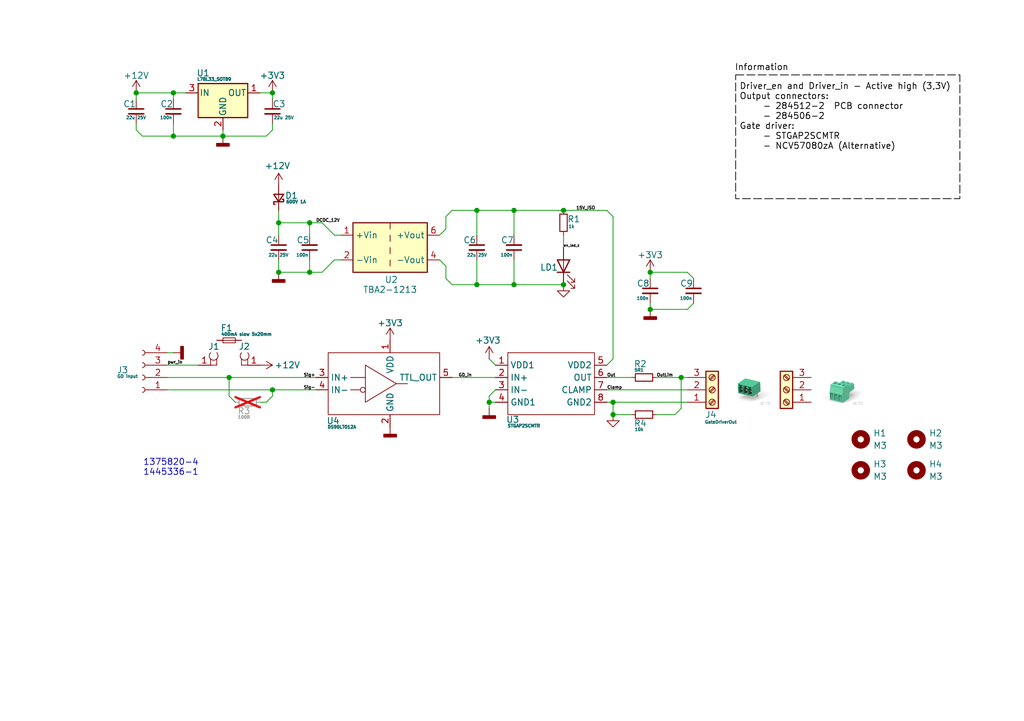
<source format=kicad_sch>
(kicad_sch (version 20231120) (generator "eeschema") (generator_version "8.0")
  (paper "A5")
  (title_block (title "Universal isolated gate driver") (date "2025-01-26") (rev "B") (company "KEM, FEI, TUKE") (comment 2 "Electrical schematic") (comment 3 "In testing") (comment 4 "EN"))
  (lib_symbols
    (symbol "Connector:Conn_01x04_Socket" (pin_names (offset 1.016) hide)
      (property "Reference" "J" (at 0 5.08 0))
      (property "Value" "Conn_01x04_Socket" (at 0 -7.62 0))
      (symbol "Conn_01x04_Socket_1_1"
        (arc (start 0 -4.572) (mid -0.5058 -5.08) (end 0 -5.588) (stroke (width 0.1524)))
        (arc (start 0 -2.032) (mid -0.5058 -2.54) (end 0 -3.048) (stroke (width 0.1524)))
        (polyline (pts (xy -1.27 -5.08) (xy -0.508 -5.08)) (stroke (width 0.1524)))
        (polyline (pts (xy -1.27 -2.54) (xy -0.508 -2.54)) (stroke (width 0.1524)))
        (polyline (pts (xy -1.27 0) (xy -0.508 0)) (stroke (width 0.1524)))
        (polyline (pts (xy -1.27 2.54) (xy -0.508 2.54)) (stroke (width 0.1524)))
        (arc (start 0 0.508) (mid -0.5058 0) (end 0 -0.508) (stroke (width 0.1524)))
        (arc (start 0 3.048) (mid -0.5058 2.54) (end 0 2.032) (stroke (width 0.1524)))
        (pin passive line (at -5.08 2.54 0) (length 3.81) (name "Pin_1") (number "1"))
        (pin passive line (at -5.08 0 0) (length 3.81) (name "Pin_2") (number "2"))
        (pin passive line (at -5.08 -2.54 0) (length 3.81) (name "Pin_3") (number "3"))
        (pin passive line (at -5.08 -5.08 0) (length 3.81) (name "Pin_4") (number "4"))
      )
    )
    (symbol "Connector:Screw_Terminal_01x03" (pin_names (offset 1.016) hide)
      (property "Reference" "J" (at 0 5.08 0))
      (property "Value" "Screw_Terminal_01x03" (at 0 -5.08 0))
      (symbol "Screw_Terminal_01x03_1_1"
        (rectangle (start -1.27 3.81) (end 1.27 -3.81) (stroke (width 0.254)) (fill (type background)))
        (circle (center 0 -2.54) (radius 0.635) (stroke (width 0.1524)))
        (polyline (pts (xy -0.5334 -2.2098) (xy 0.3302 -3.048)) (stroke (width 0.1524)))
        (polyline (pts (xy -0.5334 0.3302) (xy 0.3302 -0.508)) (stroke (width 0.1524)))
        (polyline (pts (xy -0.5334 2.8702) (xy 0.3302 2.032)) (stroke (width 0.1524)))
        (polyline (pts (xy -0.3556 -2.032) (xy 0.508 -2.8702)) (stroke (width 0.1524)))
        (polyline (pts (xy -0.3556 0.508) (xy 0.508 -0.3302)) (stroke (width 0.1524)))
        (polyline (pts (xy -0.3556 3.048) (xy 0.508 2.2098)) (stroke (width 0.1524)))
        (circle (center 0 0) (radius 0.635) (stroke (width 0.1524)))
        (circle (center 0 2.54) (radius 0.635) (stroke (width 0.1524)))
        (pin passive line (at -5.08 2.54 0) (length 3.81) (name "Pin_1") (number "1"))
        (pin passive line (at -5.08 0 0) (length 3.81) (name "Pin_2") (number "2"))
        (pin passive line (at -5.08 -2.54 0) (length 3.81) (name "Pin_3") (number "3"))
      )
    )
    (symbol "Converter_DCDC:TBA2-1213"
      (property "Reference" "U" (at -6.35 6.35 0))
      (property "Value" "TBA2-1213" (at 2.54 6.35 0))
      (symbol "TBA2-1213_0_1"
        (rectangle (start -7.62 5.08) (end 7.62 -5.08) (stroke (width 0.254)) (fill (type background)))
        (polyline (pts (xy 0 -2.54) (xy 0 -3.81)))
        (polyline (pts (xy 0 0) (xy 0 -1.27)))
        (polyline (pts (xy 0 2.54) (xy 0 1.27)))
        (polyline (pts (xy 0 5.08) (xy 0 3.81)))
      )
      (symbol "TBA2-1213_1_1"
        (pin power_in line (at -10.16 2.54 0) (length 2.54) (name "+Vin") (number "1"))
        (pin power_in line (at -10.16 -2.54 0) (length 2.54) (name "-Vin") (number "2"))
        (pin power_out line (at 10.16 -2.54 180) (length 2.54) (name "-Vout") (number "4"))
        (pin power_out line (at 10.16 2.54 180) (length 2.54) (name "+Vout") (number "6"))
      )
    )
    (symbol "Device:C_Small" (pin_numbers hide) (pin_names (offset 0.254) hide)
      (property "Reference" "C" (at 0.254 1.778 0))
      (property "Value" "C_Small" (at 0.254 -2.032 0))
      (symbol "C_Small_0_1"
        (polyline (pts (xy -1.524 -0.508) (xy 1.524 -0.508)) (stroke (width 0.3302)))
        (polyline (pts (xy -1.524 0.508) (xy 1.524 0.508)) (stroke (width 0.3048)))
      )
      (symbol "C_Small_1_1"
        (pin passive line (at 0 2.54 270) (length 2.032) (name "~") (number "1"))
        (pin passive line (at 0 -2.54 90) (length 2.032) (name "~") (number "2"))
      )
    )
    (symbol "Device:D_Schottky_Small" (pin_numbers hide) (pin_names (offset 0.254) hide)
      (property "Reference" "D" (at -1.27 2.032 0))
      (property "Value" "D_Schottky_Small" (at -7.112 -2.032 0))
      (symbol "D_Schottky_Small_0_1"
        (polyline (pts (xy -0.762 0) (xy 0.762 0)))
        (polyline (pts (xy 0.762 -1.016) (xy -0.762 0) (xy 0.762 1.016) (xy 0.762 -1.016)) (stroke (width 0.254)))
        (polyline (pts (xy -1.27 0.762) (xy -1.27 1.016) (xy -0.762 1.016) (xy -0.762 -1.016) (xy -0.254 -1.016) (xy -0.254 -0.762)) (stroke (width 0.254)))
      )
      (symbol "D_Schottky_Small_1_1"
        (pin passive line (at -2.54 0 0) (length 1.778) (name "K") (number "1"))
        (pin passive line (at 2.54 0 180) (length 1.778) (name "A") (number "2"))
      )
    )
    (symbol "Device:Fuse_Small" (pin_numbers hide) (pin_names (offset 0.254) hide)
      (property "Reference" "F" (at 0 -1.524 0))
      (property "Value" "Fuse_Small" (at 0 1.524 0))
      (symbol "Fuse_Small_0_1"
        (rectangle (start -1.27 0.508) (end 1.27 -0.508))
        (polyline (pts (xy -1.27 0) (xy 1.27 0)))
      )
      (symbol "Fuse_Small_1_1"
        (pin passive line (at -2.54 0 0) (length 1.27) (name "~") (number "1"))
        (pin passive line (at 2.54 0 180) (length 1.27) (name "~") (number "2"))
      )
    )
    (symbol "Device:LED" (pin_numbers hide) (pin_names (offset 1.016) hide)
      (property "Reference" "D" (at 0 2.54 0))
      (property "Value" "LED" (at 0 -2.54 0))
      (symbol "LED_0_1"
        (polyline (pts (xy -1.27 -1.27) (xy -1.27 1.27)) (stroke (width 0.254)))
        (polyline (pts (xy -1.27 0) (xy 1.27 0)))
        (polyline (pts (xy 1.27 -1.27) (xy 1.27 1.27) (xy -1.27 0) (xy 1.27 -1.27)) (stroke (width 0.254)))
        (polyline (pts (xy -3.048 -0.762) (xy -4.572 -2.286) (xy -3.81 -2.286) (xy -4.572 -2.286) (xy -4.572 -1.524)))
        (polyline (pts (xy -1.778 -0.762) (xy -3.302 -2.286) (xy -2.54 -2.286) (xy -3.302 -2.286) (xy -3.302 -1.524)))
      )
      (symbol "LED_1_1"
        (pin passive line (at -3.81 0 0) (length 2.54) (name "K") (number "1"))
        (pin passive line (at 3.81 0 180) (length 2.54) (name "A") (number "2"))
      )
    )
    (symbol "Device:R_Small" (pin_numbers hide) (pin_names (offset 0.254) hide)
      (property "Reference" "R" (at 0.762 0.508 0))
      (property "Value" "R_Small" (at 0.762 -1.016 0))
      (symbol "R_Small_0_1"
        (rectangle (start -0.762 1.778) (end 0.762 -1.778) (stroke (width 0.2032)))
      )
      (symbol "R_Small_1_1"
        (pin passive line (at 0 2.54 270) (length 0.762) (name "~") (number "1"))
        (pin passive line (at 0 -2.54 90) (length 0.762) (name "~") (number "2"))
      )
    )
    (symbol "IsolatedGateDrivers:NCx57080zA"
      (property "Reference" "U" (at 0 -8.128 0))
      (property "Value" "NCx57080zA" (at 0 -10.16 0))
      (symbol "NCx57080zA_0_1"
        (rectangle (start -8.89 6.35) (end 8.89 -6.35))
      )
      (symbol "NCx57080zA_1_1"
        (pin power_in line (at -11.43 3.81 0) (length 2.54) (name "VDD1") (number "1"))
        (pin input line (at -11.43 1.27 0) (length 2.54) (name "IN+") (number "2"))
        (pin input line (at -11.43 -1.27 0) (length 2.54) (name "IN-") (number "3"))
        (pin power_in line (at -11.43 -3.81 0) (length 2.54) (name "GND1") (number "4"))
        (pin power_in line (at 11.43 3.81 180) (length 2.54) (name "VDD2") (number "5"))
        (pin output line (at 11.43 1.27 180) (length 2.54) (name "OUT") (number "6"))
        (pin output line (at 11.43 -1.27 180) (length 2.54) (name "CLAMP") (number "7"))
        (pin power_in line (at 11.43 -3.81 180) (length 2.54) (name "GND2") (number "8"))
      )
    )
    (symbol "Mechanical:MountingHole" (pin_names (offset 1.016)) (exclude_from_sim yes) (in_bom no)
      (property "Reference" "H" (at 0 5.08 0))
      (property "Value" "MountingHole" (at 0 3.175 0))
      (symbol "MountingHole_0_1"
        (circle (center 0 0) (radius 1.27) (stroke (width 1.27)))
      )
    )
    (symbol "ProjectLib:DS90LT012A"
      (property "Reference" "U" (at -2.54 -15.748 0))
      (property "Value" "DS90LT012A" (at 7.62 -15.748 0))
      (symbol "DS90LT012A_0_1"
        (circle (center -5.588 0) (radius 0.508))
        (polyline (pts (xy -8.128 0) (xy -6.096 0)))
        (polyline (pts (xy -5.08 2.54) (xy -8.128 2.54)))
        (polyline (pts (xy 3.556 1.27) (xy 1.27 1.27)))
        (polyline (pts (xy -5.08 5.08) (xy -5.08 -2.54) (xy 1.27 1.27) (xy -5.08 5.08)))
      )
      (symbol "DS90LT012A_1_1"
        (rectangle (start -12.7 7.62) (end 10.16 -5.08))
        (pin power_in line (at 0 10.16 270) (length 2.54) (name "VDD") (number "1"))
        (pin power_in line (at 0 -7.62 90) (length 2.54) (name "GND") (number "2"))
        (pin input line (at -15.24 2.54 0) (length 2.54) (name "IN+") (number "3"))
        (pin input line (at -15.24 0 0) (length 2.54) (name "IN-") (number "4"))
        (pin output line (at 12.7 2.54 180) (length 2.54) (name "TTL_OUT") (number "5"))
      )
    )
    (symbol "ProjectLib:Fuseholder_3621"
      (property "Reference" "U" (at 0 -3.302 0))
      (property "Value" "Fuse holder 5mm" (at 0 -3.302 0))
      (symbol "Fuseholder_3621_1_1"
        (polyline (pts (xy 0 1.27) (xy 0 0)))
        (polyline (pts (xy 1.27 0) (xy 0 0)))
        (polyline (pts (xy 1.27 1.27) (xy 1.27 0)))
        (arc (start 0 1.27) (mid 0.635 1.007) (end 1.27 1.27))
        (arc (start 0 2.54) (mid -0.263 1.905) (end 0 1.27))
        (arc (start 1.27 1.27) (mid 1.533 1.905) (end 1.27 2.54))
        (pin passive line (at -2.54 0 0) (length 2.54) (name "") (number "1"))
        (pin passive line (at -2.54 0 0) (length 2.54) hide (name "") (number "2"))
      )
    )
    (symbol "Regulator_Linear:L78L33_SOT89" (pin_names (offset 0.254))
      (property "Reference" "U" (at -3.81 3.175 0))
      (property "Value" "L78L33_SOT89" (at -0.635 3.175 0))
      (symbol "L78L33_SOT89_0_1"
        (rectangle (start -5.08 1.905) (end 5.08 -5.08) (stroke (width 0.254)) (fill (type background)))
      )
      (symbol "L78L33_SOT89_1_1"
        (pin power_out line (at 7.62 0 180) (length 2.54) (name "OUT") (number "1"))
        (pin power_in line (at 0 -7.62 90) (length 2.54) (name "GND") (number "2"))
        (pin power_in line (at -7.62 0 0) (length 2.54) (name "IN") (number "3"))
      )
    )
    (symbol "power:+12V" (power) (pin_numbers hide) (pin_names (offset 0) hide)
      (property "Value" "+12V" (at 0 3.556 0))
      (symbol "+12V_0_1"
        (polyline (pts (xy -0.762 1.27) (xy 0 2.54)))
        (polyline (pts (xy 0 0) (xy 0 2.54)))
        (polyline (pts (xy 0 2.54) (xy 0.762 1.27)))
      )
      (symbol "+12V_1_1"
        (pin power_in line (at 0 0 90) (length 0) (name "~") (number "1"))
      )
    )
    (symbol "power:+3V3" (power) (pin_numbers hide) (pin_names (offset 0) hide)
      (property "Value" "+3V3" (at 0 3.556 0))
      (symbol "+3V3_0_1"
        (polyline (pts (xy -0.762 1.27) (xy 0 2.54)))
        (polyline (pts (xy 0 0) (xy 0 2.54)))
        (polyline (pts (xy 0 2.54) (xy 0.762 1.27)))
      )
      (symbol "+3V3_1_1"
        (pin power_in line (at 0 0 90) (length 0) (name "~") (number "1"))
      )
    )
    (symbol "power:GND" (power) (pin_numbers hide) (pin_names (offset 0) hide)
      (property "Value" "GND" (at 0 -3.81 0))
      (symbol "GND_0_1"
        (polyline (pts (xy 0 0) (xy 0 -1.27) (xy 1.27 -1.27) (xy 0 -2.54) (xy -1.27 -1.27) (xy 0 -1.27)))
      )
      (symbol "GND_1_1"
        (pin power_in line (at 0 0 270) (length 0) (name "~") (number "1"))
      )
    )
    (symbol "power:GNDD" (power) (pin_numbers hide) (pin_names (offset 0) hide)
      (property "Value" "GNDD" (at 0 -3.175 0))
      (symbol "GNDD_0_1"
        (rectangle (start -1.27 -1.524) (end 1.27 -2.032) (stroke (width 0.254)) (fill (type outline)))
        (polyline (pts (xy 0 0) (xy 0 -1.524)))
      )
      (symbol "GNDD_1_1"
        (pin power_in line (at 0 0 270) (length 0) (name "~") (number "1"))
      )
    )
  )
  (junction (at 139.7 77.47))
  (junction (at 133.35 63.5))
  (junction (at 35.56 27.94))
  (junction (at 63.5 55.88))
  (junction (at 45.72 27.94))
  (junction (at 115.57 58.42))
  (junction (at 46.99 77.47))
  (junction (at 55.88 80.01))
  (junction (at 97.79 43.18))
  (junction (at 57.15 45.72))
  (junction (at 100.33 82.55))
  (junction (at 35.56 19.05))
  (junction (at 115.57 43.18))
  (junction (at 57.15 55.88))
  (junction (at 55.88 19.05))
  (junction (at 27.94 19.05))
  (junction (at 125.73 82.55))
  (junction (at 105.41 43.18))
  (junction (at 105.41 58.42))
  (junction (at 125.73 85.09))
  (junction (at 97.79 58.42))
  (junction (at 63.5 45.72))
  (junction (at 133.35 55.88))
  (wire (pts (xy 124.46 74.93) (xy 125.73 73.66)))
  (wire (pts (xy 53.34 82.55) (xy 54.61 82.55)))
  (wire (pts (xy 34.29 74.93) (xy 40.64 74.93)))
  (wire (pts (xy 55.88 19.05) (xy 55.88 20.32)))
  (wire (pts (xy 105.41 48.26) (xy 105.41 43.18)))
  (wire (pts (xy 133.35 63.5) (xy 140.97 63.5)))
  (wire (pts (xy 105.41 53.34) (xy 105.41 58.42)))
  (wire (pts (xy 124.46 82.55) (xy 125.73 82.55)))
  (wire (pts (xy 68.58 53.34) (xy 69.85 53.34)))
  (wire (pts (xy 105.41 58.42) (xy 115.57 58.42)))
  (wire (pts (xy 91.44 57.15) (xy 92.71 58.42)))
  (wire (pts (xy 55.88 80.01) (xy 64.77 80.01)))
  (wire (pts (xy 101.6 80.01) (xy 100.33 81.28)))
  (wire (pts (xy 54.61 82.55) (xy 55.88 81.28)))
  (wire (pts (xy 63.5 55.88) (xy 66.04 55.88)))
  (wire (pts (xy 27.94 19.05) (xy 35.56 19.05)))
  (wire (pts (xy 34.29 77.47) (xy 46.99 77.47)))
  (wire (pts (xy 139.7 77.47) (xy 139.7 83.82)))
  (wire (pts (xy 133.35 55.88) (xy 133.35 57.15)))
  (wire (pts (xy 105.41 43.18) (xy 115.57 43.18)))
  (wire (pts (xy 97.79 48.26) (xy 97.79 43.18)))
  (wire (pts (xy 57.15 45.72) (xy 63.5 45.72)))
  (wire (pts (xy 45.72 26.67) (xy 45.72 27.94)))
  (wire (pts (xy 34.29 80.01) (xy 55.88 80.01)))
  (wire (pts (xy 100.33 81.28) (xy 100.33 82.55)))
  (wire (pts (xy 66.04 55.88) (xy 68.58 53.34)))
  (wire (pts (xy 27.94 26.67) (xy 29.21 27.94)))
  (wire (pts (xy 115.57 48.26) (xy 115.57 50.8)))
  (wire (pts (xy 125.73 82.55) (xy 140.97 82.55)))
  (wire (pts (xy 133.35 62.23) (xy 133.35 63.5)))
  (wire (pts (xy 29.21 27.94) (xy 35.56 27.94)))
  (wire (pts (xy 35.56 25.4) (xy 35.56 27.94)))
  (wire (pts (xy 139.7 77.47) (xy 140.97 77.47)))
  (wire (pts (xy 90.17 53.34) (xy 91.44 54.61)))
  (wire (pts (xy 63.5 45.72) (xy 66.04 45.72)))
  (wire (pts (xy 55.88 26.67) (xy 54.61 27.94)))
  (wire (pts (xy 90.17 48.26) (xy 91.44 46.99)))
  (wire (pts (xy 34.29 72.39) (xy 35.56 72.39)))
  (wire (pts (xy 142.24 62.23) (xy 140.97 63.5)))
  (wire (pts (xy 27.94 25.4) (xy 27.94 26.67)))
  (wire (pts (xy 27.94 19.05) (xy 27.94 20.32)))
  (wire (pts (xy 100.33 82.55) (xy 100.33 83.82)))
  (wire (pts (xy 57.15 53.34) (xy 57.15 55.88)))
  (wire (pts (xy 133.35 55.88) (xy 140.97 55.88)))
  (wire (pts (xy 125.73 85.09) (xy 129.54 85.09)))
  (wire (pts (xy 68.58 48.26) (xy 66.04 45.72)))
  (wire (pts (xy 125.73 82.55) (xy 125.73 85.09)))
  (wire (pts (xy 97.79 58.42) (xy 105.41 58.42)))
  (wire (pts (xy 45.72 27.94) (xy 54.61 27.94)))
  (wire (pts (xy 134.62 85.09) (xy 138.43 85.09)))
  (wire (pts (xy 142.24 57.15) (xy 140.97 55.88)))
  (wire (pts (xy 100.33 82.55) (xy 101.6 82.55)))
  (wire (pts (xy 35.56 19.05) (xy 35.56 20.32)))
  (wire (pts (xy 48.26 82.55) (xy 46.99 81.28)))
  (wire (pts (xy 35.56 19.05) (xy 38.1 19.05)))
  (wire (pts (xy 57.15 43.18) (xy 57.15 45.72)))
  (wire (pts (xy 46.99 77.47) (xy 64.77 77.47)))
  (wire (pts (xy 55.88 80.01) (xy 55.88 81.28)))
  (wire (pts (xy 92.71 43.18) (xy 97.79 43.18)))
  (wire (pts (xy 57.15 55.88) (xy 63.5 55.88)))
  (wire (pts (xy 91.44 44.45) (xy 92.71 43.18)))
  (wire (pts (xy 125.73 73.66) (xy 125.73 44.45)))
  (wire (pts (xy 138.43 85.09) (xy 139.7 83.82)))
  (wire (pts (xy 115.57 43.18) (xy 124.46 43.18)))
  (wire (pts (xy 124.46 80.01) (xy 140.97 80.01)))
  (wire (pts (xy 134.62 77.47) (xy 139.7 77.47)))
  (wire (pts (xy 53.34 19.05) (xy 55.88 19.05)))
  (wire (pts (xy 69.85 48.26) (xy 68.58 48.26)))
  (wire (pts (xy 46.99 77.47) (xy 46.99 81.28)))
  (wire (pts (xy 100.33 73.66) (xy 101.6 74.93)))
  (wire (pts (xy 55.88 25.4) (xy 55.88 26.67)))
  (wire (pts (xy 97.79 43.18) (xy 105.41 43.18)))
  (wire (pts (xy 63.5 45.72) (xy 63.5 48.26)))
  (wire (pts (xy 35.56 27.94) (xy 45.72 27.94)))
  (wire (pts (xy 97.79 53.34) (xy 97.79 58.42)))
  (wire (pts (xy 92.71 77.47) (xy 101.6 77.47)))
  (wire (pts (xy 63.5 53.34) (xy 63.5 55.88)))
  (wire (pts (xy 125.73 44.45) (xy 124.46 43.18)))
  (wire (pts (xy 91.44 54.61) (xy 91.44 57.15)))
  (wire (pts (xy 124.46 77.47) (xy 129.54 77.47)))
  (wire (pts (xy 92.71 58.42) (xy 97.79 58.42)))
  (wire (pts (xy 91.44 44.45) (xy 91.44 46.99)))
  (wire (pts (xy 57.15 45.72) (xy 57.15 48.26)))
  (rectangle (start 150.876 15.367) (end 196.85 40.767) (stroke (width 0) (type dash) (color 0 0 0 1)))
  (image (at 172.72 80.01) (scale 0.39974))
  (image (at 153.67 80.01) (scale 0.400003))
  (text "1445336-1" (at 35.052 97.028 0) (effects (font (size 1.27 1.27))))
  (text "Information" (at 156.21 13.97 0) (effects (font (size 1.27 1.27))))
  (text "1375820-4" (at 35.052 94.996 0) (effects (font (size 1.27 1.27))))
  (text "Driver_en and Driver_in - Active high (3,3V)\nOutput connectors:\n	- 284512-2  PCB connector\n	- 284506-2	\nGate driver:\n	- STGAP2SCMTR\n	- NCV57080zA (Alternative)" (at 151.638 24.003 0) (effects (font (size 1.27 1.27)) (justify left)))
  (label "GD_in" (at 93.98 77.47 0) (effects (font (size 0.635 0.635))))
  (label "en_led_k" (at 115.57 50.8 0) (effects (font (size 0.5 0.5))))
  (label "15V_ISO" (at 118.11 43.18 0) (effects (font (size 0.635 0.635))))
  (label "DCDC_12V" (at 64.77 45.72 0) (effects (font (size 0.635 0.635))))
  (label "Clamp" (at 124.46 80.01 0) (effects (font (size 0.635 0.635))))
  (label "pwr_in" (at 34.29 74.93 0) (effects (font (size 0.635 0.635) (thickness 0.254) (bold yes))))
  (label "Out" (at 124.46 77.47 0) (effects (font (size 0.635 0.635))))
  (label "OutLim" (at 134.62 77.47 0) (effects (font (size 0.635 0.635))))
  (label "Sig-" (at 62.23 80.01 0) (effects (font (size 0.635 0.635))))
  (label "Sig+" (at 62.23 77.47 0) (effects (font (size 0.635 0.635))))
  (symbol (lib_id "power:GNDD") (at 57.15 55.88 0) (unit 1) (in_bom no)
    (property "Reference" "#PWR05" (effects (hide yes)))
    (property "Value" "GNDD" (effects (hide yes)))
    (property "Description" "Power symbol creates a global label with name \"GNDD\" , digital ground" (effects (hide yes)))
  )
  (symbol (lib_id "power:GNDD") (at 80.01 87.63 0) (unit 1) (in_bom no)
    (property "Reference" "#PWR013" (effects (hide yes)))
    (property "Value" "GNDD" (effects (hide yes)))
    (property "Description" "Power symbol creates a global label with name \"GNDD\" , digital ground" (effects (hide yes)))
  )
  (symbol (lib_id "Device:Fuse_Small") (at 46.99 69.85 0) (unit 1) (on_board no)
    (property "Reference" "F1" (at 46.482 67.31 0))
    (property "Value" "400mA slow 5x20mm" (at 50.546 68.58 0) (effects (font (size 0.635 0.635))))
    (property "Description" "Fuse, small symbol" (effects (hide yes)))
    (property "DigiKey PN" "486-1216-ND" (effects (hide yes)))
    (property "MPN" "0034.3113" (effects (hide yes)))
    (property "Mouser PN" "693-0034.3113" (effects (hide yes)))
  )
  (symbol (lib_id "power:+12V") (at 57.15 38.1 0) (unit 1) (in_bom no)
    (property "Reference" "#PWR04" (effects (hide yes)))
    (property "Value" "+12V" (at 56.896 34.036 0))
    (property "Description" "Power symbol creates a global label with name \"+12V\"" (effects (hide yes)))
  )
  (symbol (lib_id "Device:R_Small") (at 50.8 82.55 90) (mirror x) (unit 1) (in_bom no) (dnp yes)
    (property "Reference" "R3" (at 50.038 84.328 90))
    (property "Value" "100R" (at 50.038 85.598 90) (effects (font (size 0.635 0.635))))
    (property "Footprint" "Resistor_SMD:R_0805_2012Metric" (effects (hide yes)))
    (property "Description" "Resistor, small symbol" (effects (hide yes)))
    (property "DigiKey PN" "RC0805FR-07100RL" (effects (hide yes)))
    (property "MPN" "RC0805FR-07100RL" (effects (hide yes)))
    (property "Mouser PN" "603-RC0805FR-07100RL" (effects (hide yes)))
  )
  (symbol (lib_id "Device:R_Small") (at 132.08 77.47 90) (unit 1)
    (property "Reference" "R2" (at 131.318 74.676 90))
    (property "Value" "5R1" (at 131.064 75.946 90) (effects (font (size 0.635 0.635))))
    (property "Footprint" "Resistor_SMD:R_1210_3225Metric" (effects (hide yes)))
    (property "Description" "Resistor, small symbol" (effects (hide yes)))
    (property "DigiKey PN" "13-RC1210FR-075R1LCT-ND" (effects (hide yes)))
    (property "MPN" "RC1210FR-075R1L" (effects (hide yes)))
    (property "Mouser PN" "603-RC1210FR-075R1L" (effects (hide yes)))
  )
  (symbol (lib_id "ProjectLib:DS90LT012A") (at 80.01 80.01 0) (unit 1)
    (property "Reference" "U4" (at 68.326 86.36 0))
    (property "Value" "DS90LT012A" (at 70.104 87.63 0) (effects (font (size 0.635 0.635))))
    (property "Footprint" "Package_TO_SOT_SMD:SOT-23-5" (effects (hide yes)))
    (property "DigiKey PN" "DS90LT012ATMF/NOPBCT-ND" (effects (hide yes)))
    (property "MPN" "DS90LT012ATMF/NOPB" (effects (hide yes)))
    (property "Mouser PN" "926-S90LT012ATMFNOPB" (effects (hide yes)))
  )
  (symbol (lib_id "power:+3V3") (at 80.01 69.85 0) (unit 1) (in_bom no)
    (property "Reference" "#PWR07" (effects (hide yes)))
    (property "Value" "+3V3" (at 80.01 66.294 0))
    (property "Description" "Power symbol creates a global label with name \"+3V3\"" (effects (hide yes)))
  )
  (symbol (lib_id "Regulator_Linear:L78L33_SOT89") (at 45.72 19.05 0) (unit 1)
    (property "Reference" "U1" (at 41.656 14.986 0))
    (property "Value" "L78L33_SOT89" (at 43.942 16.256 0) (effects (font (size 0.635 0.635))))
    (property "Footprint" "Package_TO_SOT_SMD:SOT-89-3" (effects (hide yes)))
    (property "Datasheet" "http://www.st.com/content/ccc/resource/technical/document/datasheet/15/55/e5/aa/23/5b/43/fd/CD00000446.pdf/files/CD00000446.pdf/jcr:content/translations/en.CD00000446.pdf" (effects (hide yes)))
    (property "Description" "Positive 100mA 30V Linear Regulator, Fixed Output 3.3V, SOT-89" (effects (hide yes)))
    (property "DigiKey PN" "497-7286-1-ND" (effects (hide yes)))
    (property "MPN" "L78L33ABUTR" (effects (hide yes)))
    (property "Mouser PN" " 511-L78L33ABU-TR" (effects (hide yes)))
  )
  (symbol (lib_id "Device:C_Small") (at 27.94 22.86 0) (mirror y) (unit 1)
    (property "Reference" "C1" (at 27.94 21.336 0) (effects (justify left)))
    (property "Value" "22u 25V" (at 29.972 24.13 0) (effects (font (size 0.635 0.635)) (justify left)))
    (property "Footprint" "Capacitor_SMD:C_0805_2012Metric" (effects (hide yes)))
    (property "Datasheet" "https://www.lcsc.com/product-detail/Multilayer-Ceramic-Capacitors-MLCC-SMD-SMT_Samsung-Electro-Mechanics-CL21A226MAQNNNE_C45783.html" (effects (hide yes)))
    (property "Description" "Unpolarized capacitor, small symbol" (effects (hide yes)))
    (property "DigiKey PN" "490-10749-1-ND" (effects (hide yes)))
    (property "MPN" "GRM21BR61E226ME44L" (effects (hide yes)))
    (property "Mouser PN" "81-GRM21BR61E226ME4L" (effects (hide yes)))
  )
  (symbol (lib_id "Device:C_Small") (at 105.41 50.8 0) (mirror x) (unit 1)
    (property "Reference" "C7" (at 105.41 49.276 0) (effects (justify right)))
    (property "Value" "100n" (at 105.156 52.324 0) (effects (font (size 0.635 0.635)) (justify right)))
    (property "Footprint" "Capacitor_SMD:C_0805_2012Metric" (effects (hide yes)))
    (property "Description" "Unpolarized capacitor, small symbol" (effects (hide yes)))
    (property "DigiKey PN" "399-C0805C104K5RAC7210CT-ND" (effects (hide yes)))
    (property "MPN" "C0805C104K5RAC7411" (effects (hide yes)))
    (property "Mouser PN" "81-GRM21BR61E106KA3L" (effects (hide yes)))
  )
  (symbol (lib_id "power:+12V") (at 53.34 74.93 270) (unit 1) (in_bom no)
    (property "Reference" "#PWR010" (effects (hide yes)))
    (property "Value" "+12V" (at 58.928 74.93 90))
    (property "Description" "Power symbol creates a global label with name \"+12V\"" (effects (hide yes)))
  )
  (symbol (lib_id "power:+3V3") (at 133.35 55.88 0) (unit 1) (in_bom no)
    (property "Reference" "#PWR014" (effects (hide yes)))
    (property "Value" "+3V3" (at 133.35 52.324 0))
    (property "Description" "Power symbol creates a global label with name \"+3V3\"" (effects (hide yes)))
  )
  (symbol (lib_id "Mechanical:MountingHole") (at 176.53 90.17 0) (unit 1) (exclude_from_sim yes) (in_bom no)
    (property "Reference" "H1" (at 179.07 88.8999 0) (effects (justify left)))
    (property "Value" "M3" (at 179.07 91.4399 0) (effects (justify left)))
    (property "Footprint" "MountingHole:MountingHole_3.2mm_M3" (effects (hide yes)))
    (property "Description" "Mounting Hole without connection" (effects (hide yes)))
    (property "DigiKey PN" "-" (effects (hide yes)))
    (property "MPN" "-" (effects (hide yes)))
    (property "Mouser PN" "-" (effects (hide yes)))
  )
  (symbol (lib_id "Device:LED") (at 115.57 54.61 90) (unit 1)
    (property "Reference" "LD1" (at 110.744 54.864 90) (effects (justify right)))
    (property "Value" "LED" (effects (hide yes)))
    (property "Footprint" "LED_SMD:LED_0805_2012Metric" (effects (hide yes)))
    (property "Description" "Light emitting diode" (effects (hide yes)))
    (property "DigiKey PN" "160-1427-1-ND" (effects (hide yes)))
    (property "MPN" "LTST-C171KRKT" (effects (hide yes)))
    (property "Mouser PN" " 859-LTST-C171KRKT" (effects (hide yes)))
  )
  (symbol (lib_id "power:GND") (at 125.73 85.09 0) (unit 1) (in_bom no)
    (property "Reference" "#PWR012" (effects (hide yes)))
    (property "Value" "GND" (effects (hide yes)))
    (property "Description" "Power symbol creates a global label with name \"GND\" , ground" (effects (hide yes)))
  )
  (symbol (lib_id "Connector:Screw_Terminal_01x03") (at 146.05 80.01 0) (mirror x) (unit 1)
    (property "Reference" "J4" (at 145.796 85.09 0))
    (property "Value" "GateDriverOut" (at 147.828 86.614 0) (effects (font (size 0.635 0.635))))
    (property "Footprint" "ProjectLib:TE 2350514-3" (effects (hide yes)))
    (property "Datasheet" "https://www.lcsc.com/product-detail/Pluggable-System-Terminal-Block_MAX-MX15EDGRC-3-5-03P-GN01-Cu-A_C5188296.html" (effects (hide yes)))
    (property "Description" "Generic screw terminal, single row, 01x03, script generated (kicad-library-utils/schlib/autogen/connector/)" (effects (hide yes)))
    (property "DigiKey PN" "A145379-ND" (effects (hide yes)))
    (property "MPN" "2350514-3" (effects (hide yes)))
    (property "Mouser PN" "571-2350514-3" (effects (hide yes)))
  )
  (symbol (lib_id "power:GNDD") (at 45.72 27.94 0) (unit 1)
    (property "Reference" "#PWR03" (effects (hide yes)))
    (property "Value" "GNDD" (effects (hide yes)))
    (property "Description" "Power symbol creates a global label with name \"GNDD\" , digital ground" (effects (hide yes)))
  )
  (symbol (lib_id "power:+12V") (at 27.94 19.05 0) (unit 1) (in_bom no)
    (property "Reference" "#PWR01" (effects (hide yes)))
    (property "Value" "+12V" (at 27.94 15.494 0))
    (property "Description" "Power symbol creates a global label with name \"+12V\"" (effects (hide yes)))
  )
  (symbol (lib_id "power:GNDD") (at 35.56 72.39 90) (unit 1) (in_bom no)
    (property "Reference" "#PWR08" (effects (hide yes)))
    (property "Value" "GNDD" (effects (hide yes)))
    (property "Description" "Power symbol creates a global label with name \"GNDD\" , digital ground" (effects (hide yes)))
  )
  (symbol (lib_id "Device:C_Small") (at 63.5 50.8 0) (mirror x) (unit 1)
    (property "Reference" "C5" (at 63.5 49.276 0) (effects (justify right)))
    (property "Value" "100n" (at 63.246 52.324 0) (effects (font (size 0.635 0.635)) (justify right)))
    (property "Footprint" "Capacitor_SMD:C_0805_2012Metric" (effects (hide yes)))
    (property "Description" "Unpolarized capacitor, small symbol" (effects (hide yes)))
    (property "DigiKey PN" "399-C0805C104K5RAC7210CT-ND" (effects (hide yes)))
    (property "MPN" "C0805C104K5RAC7411" (effects (hide yes)))
    (property "Mouser PN" "81-GRM21BR61E106KA3L" (effects (hide yes)))
  )
  (symbol (lib_id "Device:C_Small") (at 55.88 22.86 0) (unit 1)
    (property "Reference" "C3" (at 55.88 21.336 0) (effects (justify left)))
    (property "Value" "22u 25V" (at 56.134 24.13 0) (effects (font (size 0.635 0.635)) (justify left)))
    (property "Footprint" "Capacitor_SMD:C_0805_2012Metric" (effects (hide yes)))
    (property "Description" "Unpolarized capacitor, small symbol" (effects (hide yes)))
    (property "DigiKey PN" "399-C0805C104K5RAC7210CT-ND" (effects (hide yes)))
    (property "MPN" "C0805C104K5RAC7411" (effects (hide yes)))
    (property "Mouser PN" "81-GRM21BR61E106KA3L" (effects (hide yes)))
  )
  (symbol (lib_id "Mechanical:MountingHole") (at 187.96 96.52 0) (unit 1) (exclude_from_sim yes) (in_bom no)
    (property "Reference" "H4" (at 190.5 95.2499 0) (effects (justify left)))
    (property "Value" "M3" (at 190.5 97.7899 0) (effects (justify left)))
    (property "Footprint" "MountingHole:MountingHole_3.2mm_M3" (effects (hide yes)))
    (property "Description" "Mounting Hole without connection" (effects (hide yes)))
    (property "DigiKey PN" "-" (effects (hide yes)))
    (property "MPN" "-" (effects (hide yes)))
    (property "Mouser PN" "-" (effects (hide yes)))
  )
  (symbol (lib_id "ProjectLib:Fuseholder_3621") (at 43.18 74.93 0) (unit 1)
    (property "Reference" "J1" (at 42.672 71.12 0) (effects (justify left)))
    (property "Value" "Fuse holder 5mm" (effects (hide yes)))
    (property "Footprint" "ProjectLib:FUSE_3621" (effects (hide yes)))
    (property "DigiKey PN" "36-3621-ND" (effects (hide yes)))
    (property "MPN" "3621" (effects (hide yes)))
    (property "Mouser PN" "534-3621" (effects (hide yes)))
  )
  (symbol (lib_id "ProjectLib:Fuseholder_3621") (at 50.8 74.93 0) (mirror y) (unit 1)
    (property "Reference" "J2" (at 51.308 71.12 0) (effects (justify left)))
    (property "Value" "Fuse holder 5mm" (effects (hide yes)))
    (property "Footprint" "ProjectLib:FUSE_3621" (effects (hide yes)))
    (property "DigiKey PN" "36-3621-ND" (effects (hide yes)))
    (property "MPN" "3621" (effects (hide yes)))
    (property "Mouser PN" "534-3621" (effects (hide yes)))
  )
  (symbol (lib_id "power:+3V3") (at 100.33 73.66 0) (unit 1) (in_bom no)
    (property "Reference" "#PWR09" (effects (hide yes)))
    (property "Value" "+3V3" (at 100.076 69.85 0))
    (property "Description" "Power symbol creates a global label with name \"+3V3\"" (effects (hide yes)))
  )
  (symbol (lib_id "Connector:Conn_01x04_Socket") (at 29.21 77.47 180) (unit 1)
    (property "Reference" "J3" (at 25.146 75.946 0))
    (property "Value" "GD input" (at 26.162 77.216 0) (effects (font (size 0.635 0.635))))
    (property "Footprint" "ProjectLib:640457-4_TYC" (effects (hide yes)))
    (property "Description" "Generic connector, single row, 01x04, script generated" (effects (hide yes)))
    (property "DigiKey PN" "A1927-ND" (effects (hide yes)))
    (property "MPN" "640457-4" (effects (hide yes)))
    (property "Mouser PN" "571-6404574" (effects (hide yes)))
  )
  (symbol (lib_id "IsolatedGateDrivers:NCx57080zA") (at 113.03 78.74 0) (unit 1)
    (property "Reference" "U3" (at 105.156 86.106 0))
    (property "Value" "STGAP2SCMTR" (at 107.442 87.376 0) (effects (font (size 0.635 0.635))))
    (property "Footprint" "Package_SO:SOIC-8_3.9x4.9mm_P1.27mm" (effects (hide yes)))
    (property "Datasheet" "https://www.lcsc.com/product-detail/Isolated-Gate-Drivers_STMicroelectronics-STGAP2SCMTR_C2970172.html" (effects (hide yes)))
    (property "DigiKey PN" "497-18116-1-ND" (effects (hide yes)))
    (property "MPN" "STGAP2SCMTR" (effects (hide yes)))
    (property "Mouser PN" "511-STGAP2SCMTR" (effects (hide yes)))
  )
  (symbol (lib_id "Converter_DCDC:TBA2-1213") (at 80.01 50.8 0) (unit 1)
    (property "Reference" "U2" (at 80.264 57.404 0))
    (property "Value" "TBA2-1213" (at 80.01 59.436 0))
    (property "Footprint" "Converter_DCDC:Converter_DCDC_TRACO_TBA2-xxxx_Single_THT" (effects (hide yes)))
    (property "Datasheet" "https://www.tracopower.com/products/tba2.pdf" (effects (hide yes)))
    (property "Description" "2W DC/DC converter unregulated, 10.8-13.2V input, 15V fixed output voltage, 130mA output, 1.5kVDC isolation, SIP-7" (effects (hide yes)))
    (property "DigiKey PN" "1951-3437-ND" (effects (hide yes)))
    (property "MPN" "TBA 2-1213" (effects (hide yes)))
    (property "Mouser PN" " 495-TBA2-1213" (effects (hide yes)))
  )
  (symbol (lib_id "power:GNDD") (at 100.33 83.82 0) (unit 1) (in_bom no)
    (property "Reference" "#PWR011" (effects (hide yes)))
    (property "Value" "GNDD" (effects (hide yes)))
    (property "Description" "Power symbol creates a global label with name \"GNDD\" , digital ground" (effects (hide yes)))
  )
  (symbol (lib_id "Device:C_Small") (at 142.24 59.69 0) (unit 1)
    (property "Reference" "C9" (at 139.446 58.166 0) (effects (justify left)))
    (property "Value" "100n" (at 139.446 61.214 0) (effects (font (size 0.635 0.635)) (justify left)))
    (property "Footprint" "Capacitor_SMD:C_0805_2012Metric" (effects (hide yes)))
    (property "Description" "Unpolarized capacitor, small symbol" (effects (hide yes)))
    (property "DigiKey PN" "399-C0805C104K5RAC7210CT-ND" (effects (hide yes)))
    (property "MPN" "C0805C104K5RAC7411" (effects (hide yes)))
    (property "Mouser PN" "81-GRM21BR61E106KA3L" (effects (hide yes)))
  )
  (symbol (lib_id "power:+3V3") (at 55.88 19.05 0) (unit 1) (in_bom no)
    (property "Reference" "#PWR02" (effects (hide yes)))
    (property "Value" "+3V3" (at 55.88 15.494 0))
    (property "Description" "Power symbol creates a global label with name \"+3V3\"" (effects (hide yes)))
  )
  (symbol (lib_id "power:GNDD") (at 133.35 63.5 0) (unit 1)
    (property "Reference" "#PWR015" (effects (hide yes)))
    (property "Value" "GNDD" (effects (hide yes)))
    (property "Description" "Power symbol creates a global label with name \"GNDD\" , digital ground" (effects (hide yes)))
  )
  (symbol (lib_id "Device:C_Small") (at 57.15 50.8 0) (mirror y) (unit 1)
    (property "Reference" "C4" (at 57.15 49.276 0) (effects (justify left)))
    (property "Value" "22u 25V" (at 59.182 52.324 0) (effects (font (size 0.635 0.635)) (justify left)))
    (property "Footprint" "Capacitor_SMD:C_0805_2012Metric" (effects (hide yes)))
    (property "Datasheet" "https://www.lcsc.com/product-detail/Multilayer-Ceramic-Capacitors-MLCC-SMD-SMT_Samsung-Electro-Mechanics-CL21A226MAQNNNE_C45783.html" (effects (hide yes)))
    (property "Description" "Unpolarized capacitor, small symbol" (effects (hide yes)))
    (property "DigiKey PN" "490-10749-1-ND" (effects (hide yes)))
    (property "MPN" "GRM21BR61E226ME44L" (effects (hide yes)))
    (property "Mouser PN" "81-GRM21BR61E226ME4L" (effects (hide yes)))
  )
  (symbol (lib_id "Device:R_Small") (at 115.57 45.72 0) (mirror x) (unit 1)
    (property "Reference" "R1" (at 116.332 44.958 0) (effects (justify left)))
    (property "Value" "1k" (at 116.586 46.482 0) (effects (font (size 0.635 0.635)) (justify left)))
    (property "Footprint" "Resistor_SMD:R_1210_3225Metric" (effects (hide yes)))
    (property "Description" "Resistor, small symbol" (effects (hide yes)))
    (property "DigiKey PN" "YAG2296CT-ND" (effects (hide yes)))
    (property "MPN" "RC1210FR-071KL" (effects (hide yes)))
    (property "Mouser PN" "603-RC1210FR-071KL" (effects (hide yes)))
  )
  (symbol (lib_id "Device:C_Small") (at 35.56 22.86 0) (mirror y) (unit 1)
    (property "Reference" "C2" (at 35.56 21.336 0) (effects (justify left)))
    (property "Value" "100n" (at 35.306 24.13 0) (effects (font (size 0.635 0.635)) (justify left)))
    (property "Footprint" "Capacitor_SMD:C_0805_2012Metric" (effects (hide yes)))
    (property "Description" "Unpolarized capacitor, small symbol" (effects (hide yes)))
    (property "DigiKey PN" "399-C0805C104K5RAC7210CT-ND" (effects (hide yes)))
    (property "MPN" "C0805C104K5RAC7411" (effects (hide yes)))
    (property "Mouser PN" "81-GRM21BR61E106KA3L" (effects (hide yes)))
  )
  (symbol (lib_id "Mechanical:MountingHole") (at 187.96 90.17 0) (unit 1) (exclude_from_sim yes) (in_bom no)
    (property "Reference" "H2" (at 190.5 88.8999 0) (effects (justify left)))
    (property "Value" "M3" (at 190.5 91.4399 0) (effects (justify left)))
    (property "Footprint" "MountingHole:MountingHole_3.2mm_M3" (effects (hide yes)))
    (property "Description" "Mounting Hole without connection" (effects (hide yes)))
    (property "DigiKey PN" "-" (effects (hide yes)))
    (property "MPN" "-" (effects (hide yes)))
    (property "Mouser PN" "-" (effects (hide yes)))
  )
  (symbol (lib_id "Device:R_Small") (at 132.08 85.09 270) (unit 1)
    (property "Reference" "R4" (at 131.318 86.868 90))
    (property "Value" "10k" (at 131.064 88.138 90) (effects (font (size 0.635 0.635))))
    (property "Footprint" "Resistor_SMD:R_0805_2012Metric" (effects (hide yes)))
    (property "Description" "Resistor, small symbol" (effects (hide yes)))
    (property "DigiKey PN" "311-2699-1-ND" (effects (hide yes)))
    (property "MPN" "RT0805DRD0710KL" (effects (hide yes)))
    (property "Mouser PN" "603-RT0805DRD0710KL" (effects (hide yes)))
  )
  (symbol (lib_id "Device:D_Schottky_Small") (at 57.15 40.64 90) (unit 1)
    (property "Reference" "D1" (at 58.42 40.132 90) (effects (justify right)))
    (property "Value" "600V 1A" (at 58.674 41.402 90) (effects (font (size 0.635 0.635)) (justify right)))
    (property "Footprint" "Diode_SMD:D_SMA" (effects (hide yes)))
    (property "Datasheet" "S1J-13-F" (effects (hide yes)))
    (property "Description" "Schottky diode, small symbol" (effects (hide yes)))
    (property "DigiKey PN" "S1J-FDICT-ND" (effects (hide yes)))
    (property "MPN" "S1J-13-F" (effects (hide yes)))
    (property "Mouser PN" "621-S1J-F" (effects (hide yes)))
  )
  (symbol (lib_id "Device:C_Small") (at 133.35 59.69 0) (unit 1)
    (property "Reference" "C8" (at 130.556 58.166 0) (effects (justify left)))
    (property "Value" "100n" (at 130.556 61.214 0) (effects (font (size 0.635 0.635)) (justify left)))
    (property "Footprint" "Capacitor_SMD:C_0805_2012Metric" (effects (hide yes)))
    (property "Description" "Unpolarized capacitor, small symbol" (effects (hide yes)))
    (property "DigiKey PN" "399-C0805C104K5RAC7210CT-ND" (effects (hide yes)))
    (property "MPN" "C0805C104K5RAC7411" (effects (hide yes)))
    (property "Mouser PN" "81-GRM21BR61E106KA3L" (effects (hide yes)))
  )
  (symbol (lib_id "Connector:Screw_Terminal_01x03") (at 161.29 80.01 180) (unit 1) (exclude_from_sim yes) (on_board no)
    (property "Reference" "J5" (effects (hide yes)))
    (property "Value" "Screw_Terminal_01x03" (effects (hide yes)))
    (property "Description" "Generic screw terminal, single row, 01x03, script generated (kicad-library-utils/schlib/autogen/connector/)" (effects (hide yes)))
    (property "DigiKey PN" "A98374-ND" (effects (hide yes)))
    (property "Manufacturer PN" "284506-3" (effects (hide yes)))
    (property "Mouser PN" "571-2845063" (effects (hide yes)))
    (property "MPN" "284506-3" (effects (hide yes)))
  )
  (symbol (lib_id "power:GND") (at 115.57 58.42 0) (unit 1) (in_bom no)
    (property "Reference" "#PWR06" (effects (hide yes)))
    (property "Value" "GND" (effects (hide yes)))
    (property "Description" "Power symbol creates a global label with name \"GND\" , ground" (effects (hide yes)))
  )
  (symbol (lib_id "Mechanical:MountingHole") (at 176.53 96.52 0) (unit 1) (exclude_from_sim yes) (in_bom no)
    (property "Reference" "H3" (at 179.07 95.2499 0) (effects (justify left)))
    (property "Value" "M3" (at 179.07 97.7899 0) (effects (justify left)))
    (property "Footprint" "MountingHole:MountingHole_3.2mm_M3" (effects (hide yes)))
    (property "Description" "Mounting Hole without connection" (effects (hide yes)))
    (property "DigiKey PN" "-" (effects (hide yes)))
    (property "MPN" "-" (effects (hide yes)))
    (property "Mouser PN" "-" (effects (hide yes)))
  )
  (symbol (lib_id "Device:C_Small") (at 97.79 50.8 0) (unit 1)
    (property "Reference" "C6" (at 94.996 49.276 0) (effects (justify left)))
    (property "Value" "22u 25V" (at 95.758 52.324 0) (effects (font (size 0.635 0.635)) (justify left)))
    (property "Footprint" "Capacitor_SMD:C_0805_2012Metric" (effects (hide yes)))
    (property "Description" "Unpolarized capacitor, small symbol" (effects (hide yes)))
    (property "DigiKey PN" "490-10749-1-ND" (effects (hide yes)))
    (property "MPN" "GRM21BR61E226ME44L" (effects (hide yes)))
    (property "Mouser PN" "81-GRM21BR61E226ME4L" (effects (hide yes)))
  )
)
</source>
